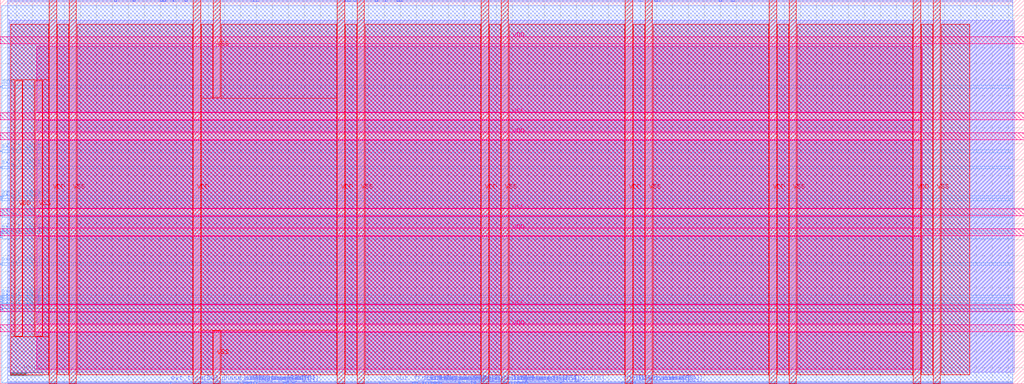
<source format=lef>
VERSION 5.7 ;
  NOWIREEXTENSIONATPIN ON ;
  DIVIDERCHAR "/" ;
  BUSBITCHARS "[]" ;
MACRO multimode_dll
  CLASS BLOCK ;
  FOREIGN multimode_dll ;
  ORIGIN 0.000 0.000 ;
  SIZE 320.000 BY 120.000 ;
  PIN VDD
    DIRECTION INOUT ;
    USE POWER ;
    PORT
      LAYER Metal4 ;
        RECT 15.380 0.000 17.580 120.000 ;
    END
    PORT
      LAYER Metal4 ;
        RECT 60.380 0.000 62.580 120.000 ;
    END
    PORT
      LAYER Metal4 ;
        RECT 105.380 0.000 107.580 120.000 ;
    END
    PORT
      LAYER Metal4 ;
        RECT 150.380 0.000 152.580 120.000 ;
    END
    PORT
      LAYER Metal4 ;
        RECT 195.380 0.000 197.580 120.000 ;
    END
    PORT
      LAYER Metal4 ;
        RECT 240.380 0.000 242.580 120.000 ;
    END
    PORT
      LAYER Metal4 ;
        RECT 285.380 0.000 287.580 120.000 ;
    END
    PORT
      LAYER Metal5 ;
        RECT 0.000 16.280 320.000 18.480 ;
    END
    PORT
      LAYER Metal5 ;
        RECT 0.000 46.280 320.000 48.480 ;
    END
    PORT
      LAYER Metal5 ;
        RECT 0.000 76.280 320.000 78.480 ;
    END
    PORT
      LAYER Metal5 ;
        RECT 0.000 106.280 320.000 108.480 ;
    END
    PORT
      LAYER Metal4 ;
        RECT 4.660 14.900 6.860 94.720 ;
    END
  END VDD
  PIN VSS
    DIRECTION INOUT ;
    USE GROUND ;
    PORT
      LAYER Metal4 ;
        RECT 21.580 0.000 23.780 120.000 ;
    END
    PORT
      LAYER Metal4 ;
        RECT 66.580 0.000 68.780 16.520 ;
    END
    PORT
      LAYER Metal4 ;
        RECT 66.580 89.480 68.780 120.000 ;
    END
    PORT
      LAYER Metal4 ;
        RECT 111.580 0.000 113.780 120.000 ;
    END
    PORT
      LAYER Metal4 ;
        RECT 156.580 0.000 158.780 120.000 ;
    END
    PORT
      LAYER Metal4 ;
        RECT 201.580 0.000 203.780 120.000 ;
    END
    PORT
      LAYER Metal4 ;
        RECT 246.580 0.000 248.780 120.000 ;
    END
    PORT
      LAYER Metal4 ;
        RECT 291.580 0.000 293.780 120.000 ;
    END
    PORT
      LAYER Metal5 ;
        RECT 0.000 22.480 320.000 24.680 ;
    END
    PORT
      LAYER Metal5 ;
        RECT 0.000 52.480 320.000 54.680 ;
    END
    PORT
      LAYER Metal5 ;
        RECT 0.000 82.480 320.000 84.680 ;
    END
    PORT
      LAYER Metal4 ;
        RECT 10.900 14.900 13.100 94.720 ;
    END
  END VSS
  PIN bias
    DIRECTION INPUT ;
    USE SIGNAL ;
    ANTENNAGATEAREA 0.180700 ;
    PORT
      LAYER Metal2 ;
        RECT 164.440 0.000 164.840 0.400 ;
    END
  END bias
  PIN clk0_out
    DIRECTION OUTPUT ;
    USE SIGNAL ;
    ANTENNADIFFAREA 0.708600 ;
    PORT
      LAYER Metal2 ;
        RECT 163.480 0.000 163.880 0.400 ;
    END
  END clk0_out
  PIN clk0_phase_sel[0]
    DIRECTION INPUT ;
    USE SIGNAL ;
    ANTENNAGATEAREA 0.180700 ;
    PORT
      LAYER Metal2 ;
        RECT 143.320 0.000 143.720 0.400 ;
    END
  END clk0_phase_sel[0]
  PIN clk0_phase_sel[1]
    DIRECTION INPUT ;
    USE SIGNAL ;
    ANTENNAGATEAREA 0.180700 ;
    PORT
      LAYER Metal2 ;
        RECT 157.720 0.000 158.120 0.400 ;
    END
  END clk0_phase_sel[1]
  PIN clk0_phase_sel[2]
    DIRECTION INPUT ;
    USE SIGNAL ;
    ANTENNAGATEAREA 0.180700 ;
    PORT
      LAYER Metal2 ;
        RECT 161.560 0.000 161.960 0.400 ;
    END
  END clk0_phase_sel[2]
  PIN clk0_phase_sel[3]
    DIRECTION INPUT ;
    USE SIGNAL ;
    ANTENNAGATEAREA 0.180700 ;
    PORT
      LAYER Metal2 ;
        RECT 158.680 0.000 159.080 0.400 ;
    END
  END clk0_phase_sel[3]
  PIN clk0_phase_sel[4]
    DIRECTION INPUT ;
    USE SIGNAL ;
    ANTENNAGATEAREA 0.180700 ;
    PORT
      LAYER Metal2 ;
        RECT 159.640 0.000 160.040 0.400 ;
    END
  END clk0_phase_sel[4]
  PIN clk1_out
    DIRECTION OUTPUT ;
    USE SIGNAL ;
    ANTENNADIFFAREA 0.708600 ;
    PORT
      LAYER Metal2 ;
        RECT 147.160 0.000 147.560 0.400 ;
    END
  END clk1_out
  PIN clk1_phase_sel[0]
    DIRECTION INPUT ;
    USE SIGNAL ;
    ANTENNAGATEAREA 0.180700 ;
    PORT
      LAYER Metal2 ;
        RECT 137.560 0.000 137.960 0.400 ;
    END
  END clk1_phase_sel[0]
  PIN clk1_phase_sel[1]
    DIRECTION INPUT ;
    USE SIGNAL ;
    ANTENNAGATEAREA 0.180700 ;
    PORT
      LAYER Metal2 ;
        RECT 132.760 0.000 133.160 0.400 ;
    END
  END clk1_phase_sel[1]
  PIN clk1_phase_sel[2]
    DIRECTION INPUT ;
    USE SIGNAL ;
    ANTENNAGATEAREA 0.180700 ;
    PORT
      LAYER Metal2 ;
        RECT 136.600 0.000 137.000 0.400 ;
    END
  END clk1_phase_sel[2]
  PIN clk1_phase_sel[3]
    DIRECTION INPUT ;
    USE SIGNAL ;
    ANTENNAGATEAREA 0.180700 ;
    PORT
      LAYER Metal2 ;
        RECT 135.640 0.000 136.040 0.400 ;
    END
  END clk1_phase_sel[3]
  PIN clk1_phase_sel[4]
    DIRECTION INPUT ;
    USE SIGNAL ;
    ANTENNAGATEAREA 0.180700 ;
    PORT
      LAYER Metal2 ;
        RECT 134.680 0.000 135.080 0.400 ;
    END
  END clk1_phase_sel[4]
  PIN clk2_out
    DIRECTION OUTPUT ;
    USE SIGNAL ;
    ANTENNADIFFAREA 0.708600 ;
    PORT
      LAYER Metal2 ;
        RECT 148.120 0.000 148.520 0.400 ;
    END
  END clk2_out
  PIN clk2_phase_sel[0]
    DIRECTION INPUT ;
    USE SIGNAL ;
    ANTENNAGATEAREA 0.180700 ;
    PORT
      LAYER Metal2 ;
        RECT 62.680 0.000 63.080 0.400 ;
    END
  END clk2_phase_sel[0]
  PIN clk2_phase_sel[1]
    DIRECTION INPUT ;
    USE SIGNAL ;
    ANTENNAGATEAREA 0.180700 ;
    PORT
      LAYER Metal2 ;
        RECT 74.200 0.000 74.600 0.400 ;
    END
  END clk2_phase_sel[1]
  PIN clk2_phase_sel[2]
    DIRECTION INPUT ;
    USE SIGNAL ;
    ANTENNAGATEAREA 0.180700 ;
    PORT
      LAYER Metal2 ;
        RECT 76.120 0.000 76.520 0.400 ;
    END
  END clk2_phase_sel[2]
  PIN clk2_phase_sel[3]
    DIRECTION INPUT ;
    USE SIGNAL ;
    ANTENNAGATEAREA 0.180700 ;
    PORT
      LAYER Metal2 ;
        RECT 77.080 0.000 77.480 0.400 ;
    END
  END clk2_phase_sel[3]
  PIN clk2_phase_sel[4]
    DIRECTION INPUT ;
    USE SIGNAL ;
    ANTENNAGATEAREA 0.180700 ;
    PORT
      LAYER Metal2 ;
        RECT 78.040 0.000 78.440 0.400 ;
    END
  END clk2_phase_sel[4]
  PIN dco
    DIRECTION INPUT ;
    USE SIGNAL ;
    ANTENNAGATEAREA 0.180700 ;
    PORT
      LAYER Metal3 ;
        RECT 0.000 92.620 0.400 93.020 ;
    END
  END dco
  PIN enable
    DIRECTION INPUT ;
    USE SIGNAL ;
    ANTENNAGATEAREA 0.180700 ;
    PORT
      LAYER Metal2 ;
        RECT 88.600 0.000 89.000 0.400 ;
    END
  END enable
  PIN ext_trim[0]
    DIRECTION INPUT ;
    USE SIGNAL ;
    ANTENNAGATEAREA 0.180700 ;
    PORT
      LAYER Metal3 ;
        RECT 0.000 57.340 0.400 57.740 ;
    END
  END ext_trim[0]
  PIN ext_trim[10]
    DIRECTION INPUT ;
    USE SIGNAL ;
    ANTENNAGATEAREA 0.180700 ;
    PORT
      LAYER Metal3 ;
        RECT 0.000 37.180 0.400 37.580 ;
    END
  END ext_trim[10]
  PIN ext_trim[11]
    DIRECTION INPUT ;
    USE SIGNAL ;
    ANTENNAGATEAREA 0.180700 ;
    PORT
      LAYER Metal3 ;
        RECT 0.000 47.260 0.400 47.660 ;
    END
  END ext_trim[11]
  PIN ext_trim[12]
    DIRECTION INPUT ;
    USE SIGNAL ;
    ANTENNAGATEAREA 0.180700 ;
    PORT
      LAYER Metal3 ;
        RECT 0.000 52.300 0.400 52.700 ;
    END
  END ext_trim[12]
  PIN ext_trim[13]
    DIRECTION INPUT ;
    USE SIGNAL ;
    ANTENNAGATEAREA 0.180700 ;
    PORT
      LAYER Metal3 ;
        RECT 0.000 58.180 0.400 58.580 ;
    END
  END ext_trim[13]
  PIN ext_trim[14]
    DIRECTION INPUT ;
    USE SIGNAL ;
    ANTENNAGATEAREA 0.180700 ;
    PORT
      LAYER Metal3 ;
        RECT 0.000 72.460 0.400 72.860 ;
    END
  END ext_trim[14]
  PIN ext_trim[15]
    DIRECTION INPUT ;
    USE SIGNAL ;
    ANTENNAGATEAREA 0.180700 ;
    PORT
      LAYER Metal2 ;
        RECT 41.560 119.600 41.960 120.000 ;
    END
  END ext_trim[15]
  PIN ext_trim[16]
    DIRECTION INPUT ;
    USE SIGNAL ;
    ANTENNAGATEAREA 0.180700 ;
    PORT
      LAYER Metal2 ;
        RECT 57.880 119.600 58.280 120.000 ;
    END
  END ext_trim[16]
  PIN ext_trim[17]
    DIRECTION INPUT ;
    USE SIGNAL ;
    ANTENNAGATEAREA 0.180700 ;
    PORT
      LAYER Metal2 ;
        RECT 79.000 119.600 79.400 120.000 ;
    END
  END ext_trim[17]
  PIN ext_trim[18]
    DIRECTION INPUT ;
    USE SIGNAL ;
    ANTENNAGATEAREA 0.180700 ;
    PORT
      LAYER Metal2 ;
        RECT 51.160 119.600 51.560 120.000 ;
    END
  END ext_trim[18]
  PIN ext_trim[19]
    DIRECTION INPUT ;
    USE SIGNAL ;
    ANTENNAGATEAREA 0.180700 ;
    PORT
      LAYER Metal2 ;
        RECT 53.080 0.000 53.480 0.400 ;
    END
  END ext_trim[19]
  PIN ext_trim[1]
    DIRECTION INPUT ;
    USE SIGNAL ;
    ANTENNAGATEAREA 0.180700 ;
    PORT
      LAYER Metal3 ;
        RECT 0.000 67.420 0.400 67.820 ;
    END
  END ext_trim[1]
  PIN ext_trim[20]
    DIRECTION INPUT ;
    USE SIGNAL ;
    ANTENNAGATEAREA 0.180700 ;
    PORT
      LAYER Metal2 ;
        RECT 79.960 0.000 80.360 0.400 ;
    END
  END ext_trim[20]
  PIN ext_trim[21]
    DIRECTION INPUT ;
    USE SIGNAL ;
    ANTENNAGATEAREA 0.180700 ;
    PORT
      LAYER Metal3 ;
        RECT 0.000 27.100 0.400 27.500 ;
    END
  END ext_trim[21]
  PIN ext_trim[22]
    DIRECTION INPUT ;
    USE SIGNAL ;
    ANTENNAGATEAREA 0.180700 ;
    PORT
      LAYER Metal3 ;
        RECT 0.000 24.580 0.400 24.980 ;
    END
  END ext_trim[22]
  PIN ext_trim[23]
    DIRECTION INPUT ;
    USE SIGNAL ;
    ANTENNAGATEAREA 0.180700 ;
    PORT
      LAYER Metal3 ;
        RECT 0.000 26.260 0.400 26.660 ;
    END
  END ext_trim[23]
  PIN ext_trim[24]
    DIRECTION INPUT ;
    USE SIGNAL ;
    ANTENNAGATEAREA 0.180700 ;
    PORT
      LAYER Metal3 ;
        RECT 0.000 45.580 0.400 45.980 ;
    END
  END ext_trim[24]
  PIN ext_trim[25]
    DIRECTION INPUT ;
    USE SIGNAL ;
    ANTENNAGATEAREA 0.180700 ;
    PORT
      LAYER Metal3 ;
        RECT 0.000 46.420 0.400 46.820 ;
    END
  END ext_trim[25]
  PIN ext_trim[2]
    DIRECTION INPUT ;
    USE SIGNAL ;
    ANTENNAGATEAREA 0.180700 ;
    PORT
      LAYER Metal2 ;
        RECT 35.800 119.600 36.200 120.000 ;
    END
  END ext_trim[2]
  PIN ext_trim[3]
    DIRECTION INPUT ;
    USE SIGNAL ;
    ANTENNAGATEAREA 0.180700 ;
    PORT
      LAYER Metal2 ;
        RECT 54.040 119.600 54.440 120.000 ;
    END
  END ext_trim[3]
  PIN ext_trim[4]
    DIRECTION INPUT ;
    USE SIGNAL ;
    ANTENNAGATEAREA 0.180700 ;
    PORT
      LAYER Metal2 ;
        RECT 79.960 119.600 80.360 120.000 ;
    END
  END ext_trim[4]
  PIN ext_trim[5]
    DIRECTION INPUT ;
    USE SIGNAL ;
    ANTENNAGATEAREA 0.180700 ;
    PORT
      LAYER Metal2 ;
        RECT 50.200 119.600 50.600 120.000 ;
    END
  END ext_trim[5]
  PIN ext_trim[6]
    DIRECTION INPUT ;
    USE SIGNAL ;
    ANTENNAGATEAREA 0.180700 ;
    PORT
      LAYER Metal3 ;
        RECT 0.000 22.900 0.400 23.300 ;
    END
  END ext_trim[6]
  PIN ext_trim[7]
    DIRECTION INPUT ;
    USE SIGNAL ;
    ANTENNAGATEAREA 0.180700 ;
    PORT
      LAYER Metal2 ;
        RECT 79.000 0.000 79.400 0.400 ;
    END
  END ext_trim[7]
  PIN ext_trim[8]
    DIRECTION INPUT ;
    USE SIGNAL ;
    ANTENNAGATEAREA 0.180700 ;
    PORT
      LAYER Metal3 ;
        RECT 0.000 25.420 0.400 25.820 ;
    END
  END ext_trim[8]
  PIN ext_trim[9]
    DIRECTION INPUT ;
    USE SIGNAL ;
    ANTENNAGATEAREA 0.180700 ;
    PORT
      LAYER Metal3 ;
        RECT 0.000 23.740 0.400 24.140 ;
    END
  END ext_trim[9]
  PIN f_clk0_divider[0]
    DIRECTION INPUT ;
    USE SIGNAL ;
    ANTENNAGATEAREA 0.180700 ;
    PORT
      LAYER Metal2 ;
        RECT 204.760 119.600 205.160 120.000 ;
    END
  END f_clk0_divider[0]
  PIN f_clk0_divider[1]
    DIRECTION INPUT ;
    USE SIGNAL ;
    ANTENNAGATEAREA 0.180700 ;
    PORT
      LAYER Metal2 ;
        RECT 224.920 119.600 225.320 120.000 ;
    END
  END f_clk0_divider[1]
  PIN f_clk0_divider[2]
    DIRECTION INPUT ;
    USE SIGNAL ;
    ANTENNAGATEAREA 0.180700 ;
    PORT
      LAYER Metal2 ;
        RECT 228.760 119.600 229.160 120.000 ;
    END
  END f_clk0_divider[2]
  PIN f_clk0_divider[3]
    DIRECTION INPUT ;
    USE SIGNAL ;
    ANTENNAGATEAREA 0.180700 ;
    PORT
      LAYER Metal2 ;
        RECT 205.720 119.600 206.120 120.000 ;
    END
  END f_clk0_divider[3]
  PIN f_clk0_divider[4]
    DIRECTION INPUT ;
    USE SIGNAL ;
    ANTENNAGATEAREA 0.180700 ;
    PORT
      LAYER Metal2 ;
        RECT 199.960 119.600 200.360 120.000 ;
    END
  END f_clk0_divider[4]
  PIN f_clk1_divider[0]
    DIRECTION INPUT ;
    USE SIGNAL ;
    ANTENNAGATEAREA 0.180700 ;
    PORT
      LAYER Metal2 ;
        RECT 124.120 119.600 124.520 120.000 ;
    END
  END f_clk1_divider[0]
  PIN f_clk1_divider[1]
    DIRECTION INPUT ;
    USE SIGNAL ;
    ANTENNAGATEAREA 0.180700 ;
    PORT
      LAYER Metal2 ;
        RECT 125.080 119.600 125.480 120.000 ;
    END
  END f_clk1_divider[1]
  PIN f_clk1_divider[2]
    DIRECTION INPUT ;
    USE SIGNAL ;
    ANTENNAGATEAREA 0.180700 ;
    PORT
      LAYER Metal2 ;
        RECT 128.920 0.000 129.320 0.400 ;
    END
  END f_clk1_divider[2]
  PIN f_clk1_divider[3]
    DIRECTION INPUT ;
    USE SIGNAL ;
    ANTENNAGATEAREA 0.180700 ;
    PORT
      LAYER Metal2 ;
        RECT 131.800 0.000 132.200 0.400 ;
    END
  END f_clk1_divider[3]
  PIN f_clk1_divider[4]
    DIRECTION INPUT ;
    USE SIGNAL ;
    ANTENNAGATEAREA 0.180700 ;
    PORT
      LAYER Metal2 ;
        RECT 129.880 0.000 130.280 0.400 ;
    END
  END f_clk1_divider[4]
  PIN f_clk2_divider[0]
    DIRECTION INPUT ;
    USE SIGNAL ;
    ANTENNAGATEAREA 0.180700 ;
    PORT
      LAYER Metal2 ;
        RECT 198.040 0.000 198.440 0.400 ;
    END
  END f_clk2_divider[0]
  PIN f_clk2_divider[1]
    DIRECTION INPUT ;
    USE SIGNAL ;
    ANTENNAGATEAREA 0.180700 ;
    PORT
      LAYER Metal2 ;
        RECT 196.120 0.000 196.520 0.400 ;
    END
  END f_clk2_divider[1]
  PIN f_clk2_divider[2]
    DIRECTION INPUT ;
    USE SIGNAL ;
    ANTENNAGATEAREA 0.180700 ;
    PORT
      LAYER Metal2 ;
        RECT 194.200 0.000 194.600 0.400 ;
    END
  END f_clk2_divider[2]
  PIN f_clk2_divider[3]
    DIRECTION INPUT ;
    USE SIGNAL ;
    ANTENNAGATEAREA 0.180700 ;
    PORT
      LAYER Metal2 ;
        RECT 195.160 0.000 195.560 0.400 ;
    END
  END f_clk2_divider[3]
  PIN f_clk2_divider[4]
    DIRECTION INPUT ;
    USE SIGNAL ;
    ANTENNAGATEAREA 0.180700 ;
    PORT
      LAYER Metal2 ;
        RECT 197.080 0.000 197.480 0.400 ;
    END
  END f_clk2_divider[4]
  PIN f_osc_multiply_factor[0]
    DIRECTION INPUT ;
    USE SIGNAL ;
    ANTENNAGATEAREA 0.180700 ;
    PORT
      LAYER Metal2 ;
        RECT 107.800 119.600 108.200 120.000 ;
    END
  END f_osc_multiply_factor[0]
  PIN f_osc_multiply_factor[1]
    DIRECTION INPUT ;
    USE SIGNAL ;
    ANTENNAGATEAREA 0.180700 ;
    PORT
      LAYER Metal2 ;
        RECT 108.760 119.600 109.160 120.000 ;
    END
  END f_osc_multiply_factor[1]
  PIN f_osc_multiply_factor[2]
    DIRECTION INPUT ;
    USE SIGNAL ;
    ANTENNAGATEAREA 0.180700 ;
    PORT
      LAYER Metal2 ;
        RECT 120.280 119.600 120.680 120.000 ;
    END
  END f_osc_multiply_factor[2]
  PIN f_osc_multiply_factor[3]
    DIRECTION INPUT ;
    USE SIGNAL ;
    ANTENNAGATEAREA 0.180700 ;
    PORT
      LAYER Metal2 ;
        RECT 117.400 119.600 117.800 120.000 ;
    END
  END f_osc_multiply_factor[3]
  PIN f_osc_multiply_factor[4]
    DIRECTION INPUT ;
    USE SIGNAL ;
    ANTENNAGATEAREA 0.180700 ;
    PORT
      LAYER Metal2 ;
        RECT 110.680 119.600 111.080 120.000 ;
    END
  END f_osc_multiply_factor[4]
  PIN mode_xor[0]
    DIRECTION INPUT ;
    USE SIGNAL ;
    ANTENNAGATEAREA 0.180700 ;
    PORT
      LAYER Metal2 ;
        RECT 175.000 0.000 175.400 0.400 ;
    END
  END mode_xor[0]
  PIN mode_xor[1]
    DIRECTION INPUT ;
    USE SIGNAL ;
    ANTENNAGATEAREA 0.180700 ;
    PORT
      LAYER Metal2 ;
        RECT 160.600 0.000 161.000 0.400 ;
    END
  END mode_xor[1]
  PIN mode_xor[2]
    DIRECTION INPUT ;
    USE SIGNAL ;
    ANTENNAGATEAREA 0.180700 ;
    PORT
      LAYER Metal2 ;
        RECT 162.520 0.000 162.920 0.400 ;
    END
  END mode_xor[2]
  PIN osc
    DIRECTION INPUT ;
    USE SIGNAL ;
    ANTENNAGATEAREA 2.901600 ;
    PORT
      LAYER Metal2 ;
        RECT 91.480 0.000 91.880 0.400 ;
    END
  END osc
  PIN osc_out
    DIRECTION OUTPUT ;
    USE SIGNAL ;
    ANTENNADIFFAREA 0.708600 ;
    PORT
      LAYER Metal2 ;
        RECT 118.360 0.000 118.760 0.400 ;
    END
  END osc_out
  PIN resetb
    DIRECTION INPUT ;
    USE SIGNAL ;
    ANTENNAGATEAREA 0.180700 ;
    PORT
      LAYER Metal2 ;
        RECT 89.560 0.000 89.960 0.400 ;
    END
  END resetb
  PIN stable
    DIRECTION OUTPUT ;
    USE SIGNAL ;
    ANTENNADIFFAREA 0.708600 ;
    PORT
      LAYER Metal2 ;
        RECT 133.720 0.000 134.120 0.400 ;
    END
  END stable
  OBS
      LAYER GatPoly ;
        RECT 2.880 3.630 316.800 113.550 ;
      LAYER Metal1 ;
        RECT 2.880 3.560 316.800 113.620 ;
      LAYER Metal2 ;
        RECT 2.295 119.390 35.590 119.800 ;
        RECT 36.410 119.390 41.350 119.800 ;
        RECT 42.170 119.390 49.990 119.800 ;
        RECT 50.810 119.390 50.950 119.800 ;
        RECT 51.770 119.390 53.830 119.800 ;
        RECT 54.650 119.390 57.670 119.800 ;
        RECT 58.490 119.390 78.790 119.800 ;
        RECT 79.610 119.390 79.750 119.800 ;
        RECT 80.570 119.390 107.590 119.800 ;
        RECT 108.410 119.390 108.550 119.800 ;
        RECT 109.370 119.390 110.470 119.800 ;
        RECT 111.290 119.390 117.190 119.800 ;
        RECT 118.010 119.390 120.070 119.800 ;
        RECT 120.890 119.390 123.910 119.800 ;
        RECT 124.730 119.390 124.870 119.800 ;
        RECT 125.690 119.390 199.750 119.800 ;
        RECT 200.570 119.390 204.550 119.800 ;
        RECT 205.370 119.390 205.510 119.800 ;
        RECT 206.330 119.390 224.710 119.800 ;
        RECT 225.530 119.390 228.550 119.800 ;
        RECT 229.370 119.390 316.425 119.800 ;
        RECT 2.295 0.610 316.425 119.390 ;
        RECT 2.295 0.100 52.870 0.610 ;
        RECT 53.690 0.100 62.470 0.610 ;
        RECT 63.290 0.100 73.990 0.610 ;
        RECT 74.810 0.100 75.910 0.610 ;
        RECT 76.730 0.100 76.870 0.610 ;
        RECT 77.690 0.100 77.830 0.610 ;
        RECT 78.650 0.100 78.790 0.610 ;
        RECT 79.610 0.100 79.750 0.610 ;
        RECT 80.570 0.100 88.390 0.610 ;
        RECT 89.210 0.100 89.350 0.610 ;
        RECT 90.170 0.100 91.270 0.610 ;
        RECT 92.090 0.100 118.150 0.610 ;
        RECT 118.970 0.100 128.710 0.610 ;
        RECT 129.530 0.100 129.670 0.610 ;
        RECT 130.490 0.100 131.590 0.610 ;
        RECT 132.410 0.100 132.550 0.610 ;
        RECT 133.370 0.100 133.510 0.610 ;
        RECT 134.330 0.100 134.470 0.610 ;
        RECT 135.290 0.100 135.430 0.610 ;
        RECT 136.250 0.100 136.390 0.610 ;
        RECT 137.210 0.100 137.350 0.610 ;
        RECT 138.170 0.100 143.110 0.610 ;
        RECT 143.930 0.100 146.950 0.610 ;
        RECT 147.770 0.100 147.910 0.610 ;
        RECT 148.730 0.100 157.510 0.610 ;
        RECT 158.330 0.100 158.470 0.610 ;
        RECT 159.290 0.100 159.430 0.610 ;
        RECT 160.250 0.100 160.390 0.610 ;
        RECT 161.210 0.100 161.350 0.610 ;
        RECT 162.170 0.100 162.310 0.610 ;
        RECT 163.130 0.100 163.270 0.610 ;
        RECT 164.090 0.100 164.230 0.610 ;
        RECT 165.050 0.100 174.790 0.610 ;
        RECT 175.610 0.100 193.990 0.610 ;
        RECT 194.810 0.100 194.950 0.610 ;
        RECT 195.770 0.100 195.910 0.610 ;
        RECT 196.730 0.100 196.870 0.610 ;
        RECT 197.690 0.100 197.830 0.610 ;
        RECT 198.650 0.100 316.425 0.610 ;
      LAYER Metal3 ;
        RECT 0.400 93.230 316.465 118.120 ;
        RECT 0.610 92.410 316.465 93.230 ;
        RECT 0.400 73.070 316.465 92.410 ;
        RECT 0.610 72.250 316.465 73.070 ;
        RECT 0.400 68.030 316.465 72.250 ;
        RECT 0.610 67.210 316.465 68.030 ;
        RECT 0.400 58.790 316.465 67.210 ;
        RECT 0.610 57.970 316.465 58.790 ;
        RECT 0.400 57.950 316.465 57.970 ;
        RECT 0.610 57.130 316.465 57.950 ;
        RECT 0.400 52.910 316.465 57.130 ;
        RECT 0.610 52.090 316.465 52.910 ;
        RECT 0.400 47.870 316.465 52.090 ;
        RECT 0.610 47.050 316.465 47.870 ;
        RECT 0.400 47.030 316.465 47.050 ;
        RECT 0.610 46.210 316.465 47.030 ;
        RECT 0.400 46.190 316.465 46.210 ;
        RECT 0.610 45.370 316.465 46.190 ;
        RECT 0.400 37.790 316.465 45.370 ;
        RECT 0.610 36.970 316.465 37.790 ;
        RECT 0.400 27.710 316.465 36.970 ;
        RECT 0.610 26.890 316.465 27.710 ;
        RECT 0.400 26.870 316.465 26.890 ;
        RECT 0.610 26.050 316.465 26.870 ;
        RECT 0.400 26.030 316.465 26.050 ;
        RECT 0.610 25.210 316.465 26.030 ;
        RECT 0.400 25.190 316.465 25.210 ;
        RECT 0.610 24.370 316.465 25.190 ;
        RECT 0.400 24.350 316.465 24.370 ;
        RECT 0.610 23.530 316.465 24.350 ;
        RECT 0.400 23.510 316.465 23.530 ;
        RECT 0.610 22.690 316.465 23.510 ;
        RECT 0.400 0.320 316.465 22.690 ;
      LAYER Metal4 ;
        RECT 3.260 94.930 15.170 112.285 ;
        RECT 3.260 14.690 4.450 94.930 ;
        RECT 7.070 14.690 10.690 94.930 ;
        RECT 13.310 14.690 15.170 94.930 ;
        RECT 3.260 2.795 15.170 14.690 ;
        RECT 17.790 2.795 21.370 112.285 ;
        RECT 23.990 2.795 60.170 112.285 ;
        RECT 62.790 89.270 66.370 112.285 ;
        RECT 68.990 89.270 105.170 112.285 ;
        RECT 62.790 16.730 105.170 89.270 ;
        RECT 62.790 2.795 66.370 16.730 ;
        RECT 68.990 2.795 105.170 16.730 ;
        RECT 107.790 2.795 111.370 112.285 ;
        RECT 113.990 2.795 150.170 112.285 ;
        RECT 152.790 2.795 156.370 112.285 ;
        RECT 158.990 2.795 195.170 112.285 ;
        RECT 197.790 2.795 201.370 112.285 ;
        RECT 203.990 2.795 240.170 112.285 ;
        RECT 242.790 2.795 246.370 112.285 ;
        RECT 248.990 2.795 285.170 112.285 ;
        RECT 287.790 2.795 291.370 112.285 ;
        RECT 293.990 2.795 302.980 112.285 ;
      LAYER Metal5 ;
        RECT 11.375 84.890 288.145 105.520 ;
        RECT 11.375 78.690 288.145 82.270 ;
        RECT 11.375 54.890 288.145 76.070 ;
        RECT 11.375 48.690 288.145 52.270 ;
        RECT 11.375 24.890 288.145 46.070 ;
        RECT 11.375 18.690 288.145 22.270 ;
        RECT 11.375 4.520 288.145 16.070 ;
  END
END multimode_dll
END LIBRARY


</source>
